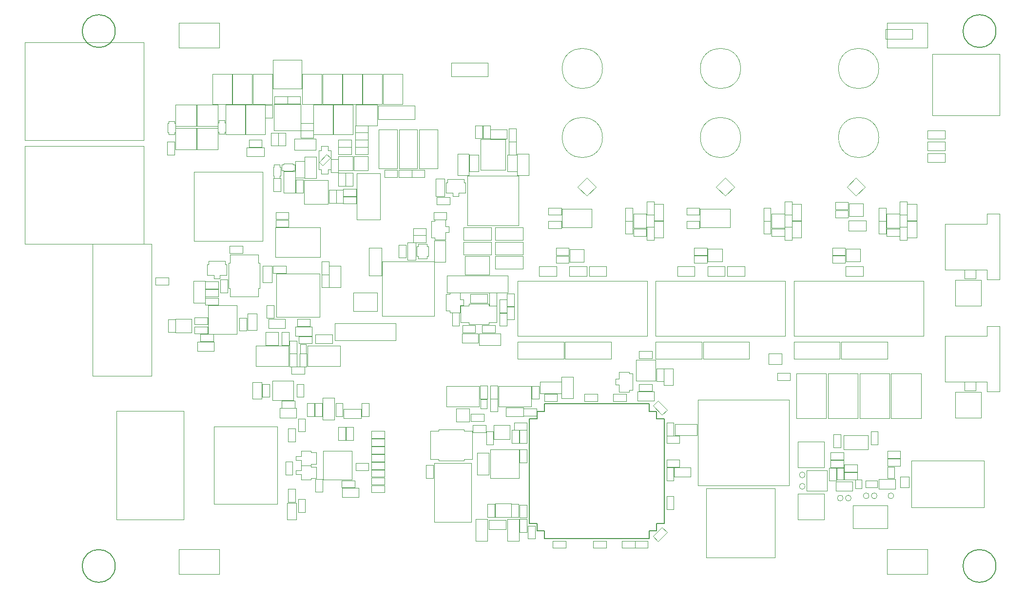
<source format=gbr>
%TF.GenerationSoftware,KiCad,Pcbnew,9.0.2*%
%TF.CreationDate,2025-05-17T09:42:04-04:00*%
%TF.ProjectId,mainBoard,6d61696e-426f-4617-9264-2e6b69636164,01*%
%TF.SameCoordinates,PX42c1d80PY2faf080*%
%TF.FileFunction,Other,User*%
%FSLAX46Y46*%
G04 Gerber Fmt 4.6, Leading zero omitted, Abs format (unit mm)*
G04 Created by KiCad (PCBNEW 9.0.2) date 2025-05-17 09:42:04*
%MOMM*%
%LPD*%
G01*
G04 APERTURE LIST*
%ADD10C,0.050000*%
%ADD11C,0.150000*%
%ADD12C,0.152400*%
%ADD13C,0.100000*%
G04 APERTURE END LIST*
%TO.C,D19*%
D10*
X91700000Y-46125000D02*
X88700000Y-46125000D01*
X88700000Y-44375000D01*
X91700000Y-44375000D01*
X91700000Y-46125000D01*
%TO.C,C30*%
X83875000Y-67375000D02*
X85875000Y-67375000D01*
X85875000Y-63625000D01*
X83875000Y-63625000D01*
X83875000Y-67375000D01*
%TO.C,R73*%
X40525000Y-57825000D02*
X38275000Y-57825000D01*
X38275000Y-56575000D01*
X40525000Y-56575000D01*
X40525000Y-57825000D01*
%TO.C,J35*%
X34200000Y-37600000D02*
X34200000Y-42800000D01*
X34200000Y-42800000D02*
X42000000Y-42800000D01*
X42000000Y-37600000D02*
X34200000Y-37600000D01*
X42000000Y-42800000D02*
X42000000Y-37600000D01*
%TO.C,U22*%
X34350000Y-53200000D02*
X41850000Y-53200000D01*
X41850000Y-45700000D01*
X34350000Y-45700000D01*
X34350000Y-53200000D01*
%TO.C,C169*%
X72325000Y-55925000D02*
X70075000Y-55925000D01*
X70075000Y-54675000D01*
X72325000Y-54675000D01*
X72325000Y-55925000D01*
%TO.C,J15*%
X139000000Y-10000000D02*
G75*
G02*
X132000000Y-10000000I-3500000J0D01*
G01*
X132000000Y-10000000D02*
G75*
G02*
X139000000Y-10000000I3500000J0D01*
G01*
%TO.C,R36*%
X37625000Y-72625000D02*
X36375000Y-72625000D01*
X36375000Y-74875000D01*
X37625000Y-74875000D01*
X37625000Y-72625000D01*
%TO.C,C24*%
X102237437Y-90646447D02*
X100646447Y-92237437D01*
X99762563Y-91353553D01*
X101353553Y-89762563D01*
X102237437Y-90646447D01*
%TO.C,R24*%
X20125000Y-53275000D02*
X22375000Y-53275000D01*
X22375000Y-54525000D01*
X20125000Y-54525000D01*
X20125000Y-53275000D01*
%TO.C,U24*%
X33950000Y-16200000D02*
X38550000Y-16200000D01*
X38550000Y-20800000D01*
X33950000Y-20800000D01*
X33950000Y-16200000D01*
%TO.C,J27*%
X91000000Y-10000000D02*
G75*
G02*
X84000000Y-10000000I-3500000J0D01*
G01*
X84000000Y-10000000D02*
G75*
G02*
X91000000Y-10000000I3500000J0D01*
G01*
%TO.C,R76*%
X36525000Y-55875000D02*
X35275000Y-55875000D01*
X35275000Y-58125000D01*
X36525000Y-58125000D01*
X36525000Y-55875000D01*
%TO.C,C104*%
X134437500Y-83462500D02*
X131562500Y-83462500D01*
X131562500Y-81837500D01*
X134437500Y-81837500D01*
X134437500Y-83462500D01*
%TO.C,R38*%
X53125000Y-81025000D02*
X50875000Y-81025000D01*
X50875000Y-79775000D01*
X53125000Y-79775000D01*
X53125000Y-81025000D01*
%TO.C,C132*%
X49350000Y-11000000D02*
X52750000Y-11000000D01*
X49350000Y-16200000D02*
X49350000Y-11000000D01*
X52750000Y-11000000D02*
X52750000Y-16200000D01*
X52750000Y-16200000D02*
X49350000Y-16200000D01*
%TO.C,R89*%
X35075000Y-29125000D02*
X33825000Y-29125000D01*
X33825000Y-31375000D01*
X35075000Y-31375000D01*
X35075000Y-29125000D01*
%TO.C,R63*%
X113890990Y-30575000D02*
X112300000Y-32165990D01*
X110709010Y-30575000D01*
X112300000Y-28984010D01*
X113890990Y-30575000D01*
%TO.C,C49*%
X41025000Y-70450000D02*
X42275000Y-70450000D01*
X42275000Y-68200000D01*
X41025000Y-68200000D01*
X41025000Y-70450000D01*
%TO.C,C144*%
X60125000Y-28875000D02*
X57875000Y-28875000D01*
X57875000Y-27625000D01*
X60125000Y-27625000D01*
X60125000Y-28875000D01*
%TO.C,U13*%
X107950000Y-37600000D02*
X113150000Y-37600000D01*
X113150000Y-34400000D01*
X107950000Y-34400000D01*
X107950000Y-37600000D01*
%TO.C,C90*%
X94975000Y-36500000D02*
X96225000Y-36500000D01*
X96225000Y-34250000D01*
X94975000Y-34250000D01*
X94975000Y-36500000D01*
%TO.C,R27*%
X25875000Y-46725000D02*
X24625000Y-46725000D01*
X24625000Y-48975000D01*
X25875000Y-48975000D01*
X25875000Y-46725000D01*
%TO.C,C91*%
X96225000Y-36500000D02*
X94975000Y-36500000D01*
X94975000Y-38750000D01*
X96225000Y-38750000D01*
X96225000Y-36500000D01*
%TO.C,R60*%
X122675000Y-39825000D02*
X123925000Y-39825000D01*
X123925000Y-37575000D01*
X122675000Y-37575000D01*
X122675000Y-39825000D01*
%TO.C,R56*%
X142675000Y-39825000D02*
X143925000Y-39825000D01*
X143925000Y-37575000D01*
X142675000Y-37575000D01*
X142675000Y-39825000D01*
%TO.C,J26*%
X84490000Y-57530000D02*
X92510000Y-57530000D01*
X92510000Y-60470000D01*
X84490000Y-60470000D01*
X84490000Y-57530000D01*
%TO.C,C96*%
X85175000Y-42450000D02*
X82925000Y-42450000D01*
X82925000Y-41200000D01*
X85175000Y-41200000D01*
X85175000Y-42450000D01*
%TO.C,C63*%
X103287500Y-62187500D02*
X101662500Y-62187500D01*
X101662500Y-65062500D01*
X103287500Y-65062500D01*
X103287500Y-62187500D01*
%TO.C,C32*%
X102125000Y-73875000D02*
X104375000Y-73875000D01*
X104375000Y-75125000D01*
X102125000Y-75125000D01*
X102125000Y-73875000D01*
%TO.C,C108*%
X121375000Y-62975000D02*
X123625000Y-62975000D01*
X123625000Y-64225000D01*
X121375000Y-64225000D01*
X121375000Y-62975000D01*
%TO.C,R26*%
X24275000Y-49625000D02*
X22025000Y-49625000D01*
X22025000Y-48375000D01*
X24275000Y-48375000D01*
X24275000Y-49625000D01*
%TO.C,C82*%
X120225000Y-36500000D02*
X118975000Y-36500000D01*
X118975000Y-38750000D01*
X120225000Y-38750000D01*
X120225000Y-36500000D01*
%TO.C,C75*%
X133675000Y-35900000D02*
X131425000Y-35900000D01*
X131425000Y-34650000D01*
X133675000Y-34650000D01*
X133675000Y-35900000D01*
%TO.C,C106*%
X137600000Y-75375000D02*
X138850000Y-75375000D01*
X138850000Y-73125000D01*
X137600000Y-73125000D01*
X137600000Y-75375000D01*
%TO.C,C119*%
X26225000Y-40875000D02*
X28475000Y-40875000D01*
X28475000Y-42125000D01*
X26225000Y-42125000D01*
X26225000Y-40875000D01*
%TO.C,C164*%
X74725000Y-22725000D02*
X75975000Y-22725000D01*
X75975000Y-20475000D01*
X74725000Y-20475000D01*
X74725000Y-22725000D01*
%TO.C,L1*%
X71250000Y-88487500D02*
X74250000Y-88487500D01*
X74250000Y-90112500D01*
X71250000Y-90112500D01*
X71250000Y-88487500D01*
%TO.C,C57*%
X37175000Y-78375000D02*
X35925000Y-78375000D01*
X35925000Y-80625000D01*
X37175000Y-80625000D01*
X37175000Y-78375000D01*
%TO.C,C120*%
X16625000Y-22775000D02*
X15375000Y-22775000D01*
X15375000Y-25025000D01*
X16625000Y-25025000D01*
X16625000Y-22775000D01*
D11*
%TO.C,MH4*%
X6350000Y-96500000D02*
G75*
G02*
X650000Y-96500000I-2850000J0D01*
G01*
X650000Y-96500000D02*
G75*
G02*
X6350000Y-96500000I2850000J0D01*
G01*
D10*
%TO.C,TP61*%
X126200000Y-80670000D02*
G75*
G02*
X125200000Y-80670000I-500000J0D01*
G01*
X125200000Y-80670000D02*
G75*
G02*
X126200000Y-80670000I500000J0D01*
G01*
%TO.C,C8*%
X84625000Y-93375000D02*
X82375000Y-93375000D01*
X82375000Y-92125000D01*
X84625000Y-92125000D01*
X84625000Y-93375000D01*
%TO.C,C89*%
X96375000Y-37875000D02*
X98625000Y-37875000D01*
X98625000Y-39125000D01*
X96375000Y-39125000D01*
X96375000Y-37875000D01*
%TO.C,R90*%
X59147000Y-20626000D02*
X62353000Y-20626000D01*
X59147000Y-27374000D02*
X59147000Y-20626000D01*
X62353000Y-20626000D02*
X62353000Y-27374000D01*
X62353000Y-27374000D02*
X59147000Y-27374000D01*
%TO.C,AE2*%
X150500000Y-56500000D02*
X150500000Y-64500000D01*
X150500000Y-64500000D02*
X157800000Y-64500000D01*
X157800000Y-54800000D02*
X157800000Y-56500000D01*
X157800000Y-56500000D02*
X150500000Y-56500000D01*
X157800000Y-64500000D02*
X157800000Y-66200000D01*
X157800000Y-66200000D02*
X160000000Y-66200000D01*
X160000000Y-54800000D02*
X157800000Y-54800000D01*
X160000000Y-66200000D02*
X160000000Y-54800000D01*
%TO.C,D11*%
X136750000Y-38200000D02*
X133750000Y-38200000D01*
X133750000Y-36450000D01*
X136750000Y-36450000D01*
X136750000Y-38200000D01*
%TO.C,C167*%
X66562500Y-56087500D02*
X69437500Y-56087500D01*
X69437500Y-57712500D01*
X66562500Y-57712500D01*
X66562500Y-56087500D01*
%TO.C,AE1*%
X144650000Y-78150000D02*
X144650000Y-86350000D01*
X144650000Y-86350000D02*
X157260000Y-86350000D01*
X157260000Y-78150000D02*
X144650000Y-78150000D01*
X157260000Y-86350000D02*
X157260000Y-78150000D01*
%TO.C,C149*%
X50275000Y-23650000D02*
X48025000Y-23650000D01*
X48025000Y-22400000D01*
X50275000Y-22400000D01*
X50275000Y-23650000D01*
%TO.C,J30*%
X124975000Y-83910000D02*
X129475000Y-83910000D01*
X129475000Y-88410000D01*
X124975000Y-88410000D01*
X124975000Y-83910000D01*
%TO.C,C27*%
X69250000Y-80625000D02*
X71250000Y-80625000D01*
X71250000Y-76875000D01*
X69250000Y-76875000D01*
X69250000Y-80625000D01*
%TO.C,R106*%
X63925000Y-36275000D02*
X61675000Y-36275000D01*
X61675000Y-35025000D01*
X63925000Y-35025000D01*
X63925000Y-36275000D01*
%TO.C,C3*%
X80125000Y-64500000D02*
X83875000Y-64500000D01*
X83875000Y-66500000D01*
X80125000Y-66500000D01*
X80125000Y-64500000D01*
%TO.C,C117*%
X33775000Y-44325000D02*
X36025000Y-44325000D01*
X36025000Y-45575000D01*
X33775000Y-45575000D01*
X33775000Y-44325000D01*
%TO.C,TP67*%
X126200000Y-82650000D02*
G75*
G02*
X125200000Y-82650000I-500000J0D01*
G01*
X125200000Y-82650000D02*
G75*
G02*
X126200000Y-82650000I500000J0D01*
G01*
%TO.C,D35*%
X35250000Y-26700000D02*
X35600000Y-26700000D01*
X35250000Y-27700000D02*
X35250000Y-26700000D01*
X35250000Y-27700000D02*
X35600000Y-27700000D01*
X35600000Y-26550000D02*
X35600000Y-26700000D01*
X35600000Y-27700000D02*
X35600000Y-27850000D01*
X35600000Y-27850000D02*
X37200000Y-27850000D01*
X37200000Y-26550000D02*
X35600000Y-26550000D01*
X37200000Y-26700000D02*
X37200000Y-26550000D01*
X37200000Y-27850000D02*
X37200000Y-27700000D01*
X37550000Y-26700000D02*
X37200000Y-26700000D01*
X37550000Y-27700000D02*
X37200000Y-27700000D01*
X37550000Y-27700000D02*
X37550000Y-26700000D01*
%TO.C,C71*%
X140375000Y-37875000D02*
X142625000Y-37875000D01*
X142625000Y-39125000D01*
X140375000Y-39125000D01*
X140375000Y-37875000D01*
%TO.C,C64*%
X99625000Y-66125000D02*
X97375000Y-66125000D01*
X97375000Y-64875000D01*
X99625000Y-64875000D01*
X99625000Y-66125000D01*
%TO.C,C92*%
X99937500Y-36437500D02*
X101562500Y-36437500D01*
X101562500Y-33562500D01*
X99937500Y-33562500D01*
X99937500Y-36437500D01*
%TO.C,J22*%
X115000000Y-22000000D02*
G75*
G02*
X108000000Y-22000000I-3500000J0D01*
G01*
X108000000Y-22000000D02*
G75*
G02*
X115000000Y-22000000I3500000J0D01*
G01*
%TO.C,U9*%
X142625000Y-37750000D02*
X140375000Y-37750000D01*
X140375000Y-35250000D01*
X142625000Y-35250000D01*
X142625000Y-37750000D01*
%TO.C,C22*%
X103462500Y-79387500D02*
X106337500Y-79387500D01*
X106337500Y-81012500D01*
X103462500Y-81012500D01*
X103462500Y-79387500D01*
%TO.C,U10*%
X133800000Y-35675000D02*
X136300000Y-35675000D01*
X136300000Y-33475000D01*
X133800000Y-33475000D01*
X133800000Y-35675000D01*
%TO.C,Q11*%
X61300000Y-36550000D02*
X61300000Y-39455000D01*
X61300000Y-39455000D02*
X61900000Y-39455000D01*
X61900000Y-36280000D02*
X61900000Y-36545000D01*
X61900000Y-36545000D02*
X61300000Y-36550000D01*
X61900000Y-39455000D02*
X61900000Y-39720000D01*
X61900000Y-39720000D02*
X63700000Y-39720000D01*
X63700000Y-36280000D02*
X61900000Y-36280000D01*
X63700000Y-37496000D02*
X63700000Y-36280000D01*
X63700000Y-38504000D02*
X64300000Y-38504000D01*
X63700000Y-39720000D02*
X63700000Y-38504000D01*
X64300000Y-37496000D02*
X63700000Y-37496000D01*
X64300000Y-38504000D02*
X64300000Y-37496000D01*
%TO.C,C16*%
X80875000Y-66625000D02*
X83125000Y-66625000D01*
X83125000Y-67875000D01*
X80875000Y-67875000D01*
X80875000Y-66625000D01*
%TO.C,L6*%
X138700000Y-82850000D02*
X136700000Y-82850000D01*
X136700000Y-81650000D01*
X138700000Y-81650000D01*
X138700000Y-82850000D01*
%TO.C,NT3*%
X52000000Y-16475000D02*
X58400000Y-16475000D01*
X58400000Y-18875000D01*
X52000000Y-18875000D01*
X52000000Y-16475000D01*
%TO.C,C130*%
X42350000Y-11000000D02*
X45750000Y-11000000D01*
X42350000Y-16200000D02*
X42350000Y-11000000D01*
X45750000Y-11000000D02*
X45750000Y-16200000D01*
X45750000Y-16200000D02*
X42350000Y-16200000D01*
%TO.C,R81*%
X34675000Y-23425000D02*
X35925000Y-23425000D01*
X35925000Y-21175000D01*
X34675000Y-21175000D01*
X34675000Y-23425000D01*
%TO.C,TP65*%
X138700000Y-84300000D02*
G75*
G02*
X137700000Y-84300000I-500000J0D01*
G01*
X137700000Y-84300000D02*
G75*
G02*
X138700000Y-84300000I500000J0D01*
G01*
%TO.C,C113*%
X40537500Y-56512500D02*
X37662500Y-56512500D01*
X37662500Y-54887500D01*
X40537500Y-54887500D01*
X40537500Y-56512500D01*
%TO.C,U2*%
X61092000Y-73064000D02*
X61092000Y-77936000D01*
X61092000Y-77936000D02*
X62550000Y-77936000D01*
X62550000Y-72800000D02*
X62550000Y-73064000D01*
X62550000Y-73064000D02*
X61092000Y-73064000D01*
X62550000Y-77936000D02*
X62550000Y-78200000D01*
X62550000Y-78200000D02*
X66950000Y-78200000D01*
X66950000Y-72800000D02*
X62550000Y-72800000D01*
X66950000Y-73064000D02*
X66950000Y-72800000D01*
X66950000Y-77936000D02*
X68408000Y-77936000D01*
X66950000Y-78200000D02*
X66950000Y-77936000D01*
X68408000Y-73064000D02*
X66950000Y-73064000D01*
X68408000Y-77936000D02*
X68408000Y-73064000D01*
%TO.C,C83*%
X123937500Y-36437500D02*
X125562500Y-36437500D01*
X125562500Y-33562500D01*
X123937500Y-33562500D01*
X123937500Y-36437500D01*
%TO.C,U23*%
X26050000Y-43800000D02*
X26050000Y-48200000D01*
X26050000Y-48200000D02*
X26314000Y-48200000D01*
X26314000Y-42342000D02*
X26314000Y-43800000D01*
X26314000Y-43800000D02*
X26050000Y-43800000D01*
X26314000Y-48200000D02*
X26314000Y-49658000D01*
X26314000Y-49658000D02*
X31186000Y-49658000D01*
X31186000Y-42342000D02*
X26314000Y-42342000D01*
X31186000Y-43800000D02*
X31186000Y-42342000D01*
X31186000Y-48200000D02*
X31450000Y-48200000D01*
X31186000Y-49658000D02*
X31186000Y-48200000D01*
X31450000Y-43800000D02*
X31186000Y-43800000D01*
X31450000Y-48200000D02*
X31450000Y-43800000D01*
%TO.C,C10*%
X98875000Y-93375000D02*
X96625000Y-93375000D01*
X96625000Y-92125000D01*
X98875000Y-92125000D01*
X98875000Y-93375000D01*
%TO.C,C73*%
X140225000Y-36500000D02*
X138975000Y-36500000D01*
X138975000Y-38750000D01*
X140225000Y-38750000D01*
X140225000Y-36500000D01*
%TO.C,C127*%
X23250000Y-11000000D02*
X26650000Y-11000000D01*
X23250000Y-16200000D02*
X23250000Y-11000000D01*
X26650000Y-11000000D02*
X26650000Y-16200000D01*
X26650000Y-16200000D02*
X23250000Y-16200000D01*
%TO.C,R110*%
X74375000Y-50200000D02*
X73125000Y-50200000D01*
X73125000Y-52450000D01*
X74375000Y-52450000D01*
X74375000Y-50200000D01*
%TO.C,U12*%
X122625000Y-37750000D02*
X120375000Y-37750000D01*
X120375000Y-35250000D01*
X122625000Y-35250000D01*
X122625000Y-37750000D01*
%TO.C,R40*%
X53125000Y-75625000D02*
X50875000Y-75625000D01*
X50875000Y-74375000D01*
X53125000Y-74375000D01*
X53125000Y-75625000D01*
%TO.C,R104*%
X47700000Y-48975000D02*
X51900000Y-48975000D01*
X47700000Y-52175000D02*
X47700000Y-48975000D01*
X51900000Y-48975000D02*
X51900000Y-52175000D01*
X51900000Y-52175000D02*
X47700000Y-52175000D01*
%TO.C,J5*%
X24475000Y-6400000D02*
X17445000Y-6400000D01*
X17445000Y-2100000D01*
X24475000Y-2100000D01*
X24475000Y-6400000D01*
%TO.C,C139*%
X41225000Y-24200000D02*
X37475000Y-24200000D01*
X37475000Y-22200000D01*
X41225000Y-22200000D01*
X41225000Y-24200000D01*
%TO.C,R108*%
X72625000Y-48975000D02*
X71375000Y-48975000D01*
X71375000Y-51225000D01*
X72625000Y-51225000D01*
X72625000Y-48975000D01*
%TO.C,C162*%
X72350000Y-42642000D02*
X77150000Y-42642000D01*
X72350000Y-44858000D02*
X72350000Y-42642000D01*
X77150000Y-42642000D02*
X77150000Y-44858000D01*
X77150000Y-44858000D02*
X72350000Y-44858000D01*
%TO.C,D17*%
X147500000Y-24750000D02*
X150500000Y-24750000D01*
X150500000Y-26250000D01*
X147500000Y-26250000D01*
X147500000Y-24750000D01*
%TO.C,C31*%
X96625000Y-93375000D02*
X94375000Y-93375000D01*
X94375000Y-92125000D01*
X96625000Y-92125000D01*
X96625000Y-93375000D01*
%TO.C,U8*%
X33700000Y-64300000D02*
X37300000Y-64300000D01*
X37300000Y-67700000D01*
X33700000Y-67700000D01*
X33700000Y-64300000D01*
%TO.C,C84*%
X107875000Y-37775000D02*
X105625000Y-37775000D01*
X105625000Y-36525000D01*
X107875000Y-36525000D01*
X107875000Y-37775000D01*
%TO.C,C133*%
X52850000Y-11000000D02*
X56250000Y-11000000D01*
X52850000Y-16200000D02*
X52850000Y-11000000D01*
X56250000Y-11000000D02*
X56250000Y-16200000D01*
X56250000Y-16200000D02*
X52850000Y-16200000D01*
%TO.C,C151*%
X50275000Y-24900000D02*
X48025000Y-24900000D01*
X48025000Y-23650000D01*
X50275000Y-23650000D01*
X50275000Y-24900000D01*
%TO.C,C128*%
X38500000Y-16125000D02*
X36250000Y-16125000D01*
X36250000Y-14875000D01*
X38500000Y-14875000D01*
X38500000Y-16125000D01*
%TO.C,C81*%
X118975000Y-36500000D02*
X120225000Y-36500000D01*
X120225000Y-34250000D01*
X118975000Y-34250000D01*
X118975000Y-36500000D01*
%TO.C,C135*%
X40800000Y-16300000D02*
X44200000Y-16300000D01*
X40800000Y-21500000D02*
X40800000Y-16300000D01*
X44200000Y-16300000D02*
X44200000Y-21500000D01*
X44200000Y-21500000D02*
X40800000Y-21500000D01*
%TO.C,C115*%
X40225000Y-54825000D02*
X37975000Y-54825000D01*
X37975000Y-53575000D01*
X40225000Y-53575000D01*
X40225000Y-54825000D01*
%TO.C,C68*%
X31875000Y-67125000D02*
X33125000Y-67125000D01*
X33125000Y-64875000D01*
X31875000Y-64875000D01*
X31875000Y-67125000D01*
%TO.C,C102*%
X133000000Y-78875000D02*
X135250000Y-78875000D01*
X135250000Y-80125000D01*
X133000000Y-80125000D01*
X133000000Y-78875000D01*
%TO.C,J20*%
X108490000Y-57530000D02*
X116510000Y-57530000D01*
X116510000Y-60470000D01*
X108490000Y-60470000D01*
X108490000Y-57530000D01*
%TO.C,R23*%
X72050000Y-73150000D02*
X70800000Y-73150000D01*
X70800000Y-75400000D01*
X72050000Y-75400000D01*
X72050000Y-73150000D01*
%TO.C,R45*%
X53125000Y-83725000D02*
X50875000Y-83725000D01*
X50875000Y-82475000D01*
X53125000Y-82475000D01*
X53125000Y-83725000D01*
%TO.C,L7*%
X33750000Y-13500000D02*
X38750000Y-13500000D01*
X38750000Y-8500000D01*
X33750000Y-8500000D01*
X33750000Y-13500000D01*
%TO.C,C18*%
X76500000Y-88375000D02*
X74500000Y-88375000D01*
X74500000Y-92125000D01*
X76500000Y-92125000D01*
X76500000Y-88375000D01*
%TO.C,C12*%
X103375000Y-79375000D02*
X102125000Y-79375000D01*
X102125000Y-81625000D01*
X103375000Y-81625000D01*
X103375000Y-79375000D01*
%TO.C,C66*%
X30187500Y-67437500D02*
X31812500Y-67437500D01*
X31812500Y-64562500D01*
X30187500Y-64562500D01*
X30187500Y-67437500D01*
%TO.C,R59*%
X136640990Y-30575000D02*
X135050000Y-32165990D01*
X133459010Y-30575000D01*
X135050000Y-28984010D01*
X136640990Y-30575000D01*
%TO.C,J28*%
X91000000Y-22000000D02*
G75*
G02*
X84000000Y-22000000I-3500000J0D01*
G01*
X84000000Y-22000000D02*
G75*
G02*
X91000000Y-22000000I3500000J0D01*
G01*
%TO.C,X1*%
X72325000Y-85650000D02*
X75125000Y-85650000D01*
X75125000Y-88050000D01*
X72325000Y-88050000D01*
X72325000Y-85650000D01*
%TO.C,R37*%
X37812500Y-85562500D02*
X36187500Y-85562500D01*
X36187500Y-88437500D01*
X37812500Y-88437500D01*
X37812500Y-85562500D01*
%TO.C,C80*%
X120375000Y-37875000D02*
X122625000Y-37875000D01*
X122625000Y-39125000D01*
X120375000Y-39125000D01*
X120375000Y-37875000D01*
%TO.C,R94*%
X46350000Y-30425000D02*
X47600000Y-30425000D01*
X47600000Y-28175000D01*
X46350000Y-28175000D01*
X46350000Y-30425000D01*
%TO.C,J21*%
X115000000Y-10000000D02*
G75*
G02*
X108000000Y-10000000I-3500000J0D01*
G01*
X108000000Y-10000000D02*
G75*
G02*
X115000000Y-10000000I3500000J0D01*
G01*
%TO.C,R103*%
X55625000Y-42925000D02*
X56875000Y-42925000D01*
X56875000Y-40675000D01*
X55625000Y-40675000D01*
X55625000Y-42925000D01*
%TO.C,C46*%
X49200000Y-70450000D02*
X50450000Y-70450000D01*
X50450000Y-68200000D01*
X49200000Y-68200000D01*
X49200000Y-70450000D01*
%TO.C,TP68*%
X134500000Y-86000000D02*
X140500000Y-86000000D01*
X140500000Y-90000000D01*
X134500000Y-90000000D01*
X134500000Y-86000000D01*
%TO.C,D18*%
X83000000Y-46125000D02*
X80000000Y-46125000D01*
X80000000Y-44375000D01*
X83000000Y-44375000D01*
X83000000Y-46125000D01*
%TO.C,J41*%
X74530000Y-48970000D02*
X63970000Y-48970000D01*
X63970000Y-46030000D01*
X74530000Y-46030000D01*
X74530000Y-48970000D01*
%TO.C,SW1*%
X63910000Y-65200000D02*
X63910000Y-68800000D01*
X63910000Y-68800000D02*
X69590000Y-68800000D01*
X69590000Y-65200000D02*
X63910000Y-65200000D01*
X69590000Y-68800000D02*
X69590000Y-65200000D01*
%TO.C,D15*%
X115700000Y-46125000D02*
X112700000Y-46125000D01*
X112700000Y-44375000D01*
X115700000Y-44375000D01*
X115700000Y-46125000D01*
D11*
%TO.C,MH2*%
X159350000Y-3500000D02*
G75*
G02*
X153650000Y-3500000I-2850000J0D01*
G01*
X153650000Y-3500000D02*
G75*
G02*
X159350000Y-3500000I2850000J0D01*
G01*
%TO.C,C69*%
D10*
X37525000Y-69025000D02*
X35275000Y-69025000D01*
X35275000Y-67775000D01*
X37525000Y-67775000D01*
X37525000Y-69025000D01*
%TO.C,SW4*%
X30760000Y-58200000D02*
X30760000Y-61800000D01*
X30760000Y-61800000D02*
X36440000Y-61800000D01*
X36440000Y-58200000D02*
X30760000Y-58200000D01*
X36440000Y-61800000D02*
X36440000Y-58200000D01*
%TO.C,R62*%
X123925000Y-33175000D02*
X122675000Y-33175000D01*
X122675000Y-35425000D01*
X123925000Y-35425000D01*
X123925000Y-33175000D01*
%TO.C,C142*%
X37725000Y-31625000D02*
X38975000Y-31625000D01*
X38975000Y-29375000D01*
X37725000Y-29375000D01*
X37725000Y-31625000D01*
%TO.C,C111*%
X45500000Y-44325000D02*
X43500000Y-44325000D01*
X43500000Y-48075000D01*
X45500000Y-48075000D01*
X45500000Y-44325000D01*
%TO.C,D2*%
X65625000Y-71375000D02*
X67875000Y-71375000D01*
X67875000Y-69125000D01*
X65625000Y-69125000D01*
X65625000Y-71375000D01*
%TO.C,C125*%
X30250000Y-11000000D02*
X33650000Y-11000000D01*
X30250000Y-16200000D02*
X30250000Y-11000000D01*
X33650000Y-11000000D02*
X33650000Y-16200000D01*
X33650000Y-16200000D02*
X30250000Y-16200000D01*
%TO.C,NT4*%
X43704594Y-25551447D02*
X42396447Y-26859594D01*
X41795406Y-26258553D01*
X43103553Y-24950406D01*
X43704594Y-25551447D01*
%TO.C,R25*%
X22025000Y-47025000D02*
X24275000Y-47025000D01*
X24275000Y-48275000D01*
X22025000Y-48275000D01*
X22025000Y-47025000D01*
D11*
%TO.C,MH3*%
X159350000Y-96500000D02*
G75*
G02*
X153650000Y-96500000I-2850000J0D01*
G01*
X153650000Y-96500000D02*
G75*
G02*
X159350000Y-96500000I2850000J0D01*
G01*
%TO.C,J4*%
D10*
X147475000Y-6400000D02*
X140445000Y-6400000D01*
X140445000Y-2100000D01*
X147475000Y-2100000D01*
X147475000Y-6400000D01*
%TO.C,C114*%
X33562500Y-44312500D02*
X31937500Y-44312500D01*
X31937500Y-47187500D01*
X33562500Y-47187500D01*
X33562500Y-44312500D01*
%TO.C,TP64*%
X132800000Y-84700000D02*
G75*
G02*
X131800000Y-84700000I-500000J0D01*
G01*
X131800000Y-84700000D02*
G75*
G02*
X132800000Y-84700000I500000J0D01*
G01*
%TO.C,C136*%
X44250000Y-16300000D02*
X47650000Y-16300000D01*
X44250000Y-21500000D02*
X44250000Y-16300000D01*
X47650000Y-16300000D02*
X47650000Y-21500000D01*
X47650000Y-21500000D02*
X44250000Y-21500000D01*
%TO.C,U5*%
X23500000Y-72250000D02*
X34500000Y-72250000D01*
X34500000Y-85750000D01*
X23500000Y-85750000D01*
X23500000Y-72250000D01*
%TO.C,SW3*%
X39760000Y-58200000D02*
X39760000Y-61800000D01*
X39760000Y-61800000D02*
X45440000Y-61800000D01*
X45440000Y-58200000D02*
X39760000Y-58200000D01*
X45440000Y-61800000D02*
X45440000Y-58200000D01*
%TO.C,J13*%
X124250000Y-46950000D02*
X124250000Y-56550000D01*
X124250000Y-56550000D02*
X146750000Y-56550000D01*
X146750000Y-46950000D02*
X124250000Y-46950000D01*
X146750000Y-56550000D02*
X146750000Y-46950000D01*
%TO.C,J1*%
X148300000Y-18125000D02*
X160000000Y-18125000D01*
X160000000Y-7475000D01*
X148300000Y-7475000D01*
X148300000Y-18125000D01*
%TO.C,R112*%
X74425000Y-51375000D02*
X75675000Y-51375000D01*
X75675000Y-49125000D01*
X74425000Y-49125000D01*
X74425000Y-51375000D01*
%TO.C,U4*%
X22500000Y-56150000D02*
X27500000Y-56150000D01*
X27500000Y-51150000D01*
X22500000Y-51150000D01*
X22500000Y-56150000D01*
%TO.C,D1*%
X70900000Y-67500000D02*
X69850000Y-67500000D01*
X69850000Y-69100000D01*
X70900000Y-69100000D01*
X70900000Y-67500000D01*
%TO.C,C143*%
X37637500Y-28987500D02*
X39262500Y-28987500D01*
X39262500Y-26112500D01*
X37637500Y-26112500D01*
X37637500Y-28987500D01*
%TO.C,C157*%
X75975000Y-22750000D02*
X74725000Y-22750000D01*
X74725000Y-25000000D01*
X75975000Y-25000000D01*
X75975000Y-22750000D01*
%TO.C,C48*%
X42400000Y-71050000D02*
X44400000Y-71050000D01*
X44400000Y-67300000D01*
X42400000Y-67300000D01*
X42400000Y-71050000D01*
D12*
%TO.C,U1*%
X78290600Y-70881700D02*
X79649500Y-70881700D01*
X78290600Y-89118300D02*
X78290600Y-70881700D01*
X79649500Y-69649500D02*
X80881700Y-69649500D01*
X79649500Y-70881700D02*
X79649500Y-69649500D01*
X79649500Y-89118300D02*
X78290600Y-89118300D01*
X79649500Y-90350500D02*
X79649500Y-89118300D01*
X79649500Y-90350500D02*
X80881700Y-90350500D01*
X80881700Y-68290600D02*
X99118300Y-68290600D01*
X80881700Y-69649500D02*
X80881700Y-68290600D01*
X80881700Y-90350500D02*
X80881700Y-91709400D01*
X80881700Y-91709400D02*
X99118300Y-91709400D01*
X99118300Y-68290600D02*
X99118300Y-69649500D01*
X99118300Y-69649500D02*
X100350500Y-69649500D01*
X99118300Y-90350500D02*
X100350500Y-90350500D01*
X99118300Y-91709400D02*
X99118300Y-90350500D01*
X100350500Y-70881700D02*
X100350500Y-69649500D01*
X100350500Y-89118300D02*
X101709400Y-89118300D01*
X100350500Y-90350500D02*
X100350500Y-89118300D01*
X101709400Y-70881700D02*
X100350500Y-70881700D01*
X101709400Y-89118300D02*
X101709400Y-70881700D01*
%TO.C,R53*%
D10*
X46475000Y-74625000D02*
X47725000Y-74625000D01*
X47725000Y-72375000D01*
X46475000Y-72375000D01*
X46475000Y-74625000D01*
%TO.C,R44*%
X53125000Y-79675000D02*
X50875000Y-79675000D01*
X50875000Y-78425000D01*
X53125000Y-78425000D01*
X53125000Y-79675000D01*
%TO.C,U11*%
X133300000Y-43600000D02*
X135800000Y-43600000D01*
X135800000Y-41400000D01*
X133300000Y-41400000D01*
X133300000Y-43600000D01*
%TO.C,U15*%
X98625000Y-37750000D02*
X96375000Y-37750000D01*
X96375000Y-35250000D01*
X98625000Y-35250000D01*
X98625000Y-37750000D01*
%TO.C,J17*%
X100240000Y-57530000D02*
X108260000Y-57530000D01*
X108260000Y-60470000D01*
X100240000Y-60470000D01*
X100240000Y-57530000D01*
%TO.C,C161*%
X72350000Y-40142000D02*
X77150000Y-40142000D01*
X72350000Y-42358000D02*
X72350000Y-40142000D01*
X77150000Y-40142000D02*
X77150000Y-42358000D01*
X77150000Y-42358000D02*
X72350000Y-42358000D01*
%TO.C,C42*%
X24275000Y-51125000D02*
X22025000Y-51125000D01*
X22025000Y-49875000D01*
X24275000Y-49875000D01*
X24275000Y-51125000D01*
%TO.C,C38*%
X16825000Y-53625000D02*
X15575000Y-53625000D01*
X15575000Y-55875000D01*
X16825000Y-55875000D01*
X16825000Y-53625000D01*
%TO.C,C77*%
X133175000Y-43825000D02*
X130925000Y-43825000D01*
X130925000Y-42575000D01*
X133175000Y-42575000D01*
X133175000Y-43825000D01*
%TO.C,J9*%
X2445000Y-63450000D02*
X12645000Y-63450000D01*
X12645000Y-40550000D01*
X2445000Y-40550000D01*
X2445000Y-63450000D01*
%TO.C,L4*%
X141700000Y-79250000D02*
X140500000Y-79250000D01*
X140500000Y-81250000D01*
X141700000Y-81250000D01*
X141700000Y-79250000D01*
%TO.C,D28*%
X38475000Y-59550000D02*
X39525000Y-59550000D01*
X39525000Y-57950000D01*
X38475000Y-57950000D01*
X38475000Y-59550000D01*
%TO.C,R41*%
X53125000Y-74275000D02*
X50875000Y-74275000D01*
X50875000Y-73025000D01*
X53125000Y-73025000D01*
X53125000Y-74275000D01*
%TO.C,Q5*%
X24150000Y-20400000D02*
X20550000Y-20400000D01*
X20550000Y-24100000D01*
X24150000Y-24100000D01*
X24150000Y-20400000D01*
D11*
%TO.C,MH1*%
X6350000Y-3500000D02*
G75*
G02*
X650000Y-3500000I-2850000J0D01*
G01*
X650000Y-3500000D02*
G75*
G02*
X6350000Y-3500000I2850000J0D01*
G01*
%TO.C,C147*%
D10*
X44725000Y-33375000D02*
X45975000Y-33375000D01*
X45975000Y-31125000D01*
X44725000Y-31125000D01*
X44725000Y-33375000D01*
%TO.C,C103*%
X141837500Y-83062500D02*
X138962500Y-83062500D01*
X138962500Y-81437500D01*
X141837500Y-81437500D01*
X141837500Y-83062500D01*
%TO.C,R92*%
X52147000Y-20626000D02*
X55353000Y-20626000D01*
X52147000Y-27374000D02*
X52147000Y-20626000D01*
X55353000Y-20626000D02*
X55353000Y-27374000D01*
X55353000Y-27374000D02*
X52147000Y-27374000D01*
%TO.C,C78*%
X133175000Y-42425000D02*
X130925000Y-42425000D01*
X130925000Y-41175000D01*
X133175000Y-41175000D01*
X133175000Y-42425000D01*
%TO.C,D12*%
X136250000Y-46125000D02*
X133250000Y-46125000D01*
X133250000Y-44375000D01*
X136250000Y-44375000D01*
X136250000Y-46125000D01*
%TO.C,R47*%
X53125000Y-78325000D02*
X50875000Y-78325000D01*
X50875000Y-77075000D01*
X53125000Y-77075000D01*
X53125000Y-78325000D01*
%TO.C,D40*%
X71000000Y-50750000D02*
X68000000Y-50750000D01*
X68000000Y-49250000D01*
X71000000Y-49250000D01*
X71000000Y-50750000D01*
%TO.C,J19*%
X100250000Y-46950000D02*
X100250000Y-56550000D01*
X100250000Y-56550000D02*
X122750000Y-56550000D01*
X122750000Y-46950000D02*
X100250000Y-46950000D01*
X122750000Y-56550000D02*
X122750000Y-46950000D01*
%TO.C,C163*%
X74412500Y-22212500D02*
X71537500Y-22212500D01*
X71537500Y-20587500D01*
X74412500Y-20587500D01*
X74412500Y-22212500D01*
%TO.C,C155*%
X69487500Y-25012500D02*
X67862500Y-25012500D01*
X67862500Y-27887500D01*
X69487500Y-27887500D01*
X69487500Y-25012500D01*
%TO.C,Q1*%
X93250000Y-63996000D02*
X93250000Y-65004000D01*
X93250000Y-65004000D02*
X93850000Y-65004000D01*
X93850000Y-62780000D02*
X93850000Y-63996000D01*
X93850000Y-63996000D02*
X93250000Y-63996000D01*
X93850000Y-65004000D02*
X93850000Y-66220000D01*
X93850000Y-66220000D02*
X95650000Y-66220000D01*
X95650000Y-62780000D02*
X93850000Y-62780000D01*
X95650000Y-63045000D02*
X95650000Y-62780000D01*
X95650000Y-65955000D02*
X96250000Y-65950000D01*
X95650000Y-66220000D02*
X95650000Y-65955000D01*
X96250000Y-63045000D02*
X95650000Y-63045000D01*
X96250000Y-65950000D02*
X96250000Y-63045000D01*
%TO.C,C121*%
X29000000Y-16300000D02*
X32400000Y-16300000D01*
X29000000Y-21500000D02*
X29000000Y-16300000D01*
X32400000Y-16300000D02*
X32400000Y-21500000D01*
X32400000Y-21500000D02*
X29000000Y-21500000D01*
%TO.C,C60*%
X45762500Y-82937500D02*
X48637500Y-82937500D01*
X48637500Y-84562500D01*
X45762500Y-84562500D01*
X45762500Y-82937500D01*
%TO.C,X3*%
X16850000Y-53550000D02*
X19650000Y-53550000D01*
X19650000Y-55950000D01*
X16850000Y-55950000D01*
X16850000Y-53550000D01*
%TO.C,C79*%
X125562500Y-36562500D02*
X123937500Y-36562500D01*
X123937500Y-39437500D01*
X125562500Y-39437500D01*
X125562500Y-36562500D01*
%TO.C,C59*%
X45725000Y-81625000D02*
X47975000Y-81625000D01*
X47975000Y-82875000D01*
X45725000Y-82875000D01*
X45725000Y-81625000D01*
%TO.C,C124*%
X34000000Y-14875000D02*
X36250000Y-14875000D01*
X36250000Y-16125000D01*
X34000000Y-16125000D01*
X34000000Y-14875000D01*
%TO.C,R105*%
X58100000Y-39025000D02*
X60350000Y-39025000D01*
X60350000Y-40275000D01*
X58100000Y-40275000D01*
X58100000Y-39025000D01*
%TO.C,U14*%
X109300000Y-43600000D02*
X111800000Y-43600000D01*
X111800000Y-41400000D01*
X109300000Y-41400000D01*
X109300000Y-43600000D01*
%TO.C,C1*%
X69750000Y-67400000D02*
X71000000Y-67400000D01*
X71000000Y-65150000D01*
X69750000Y-65150000D01*
X69750000Y-67400000D01*
%TO.C,D39*%
X57100000Y-43300000D02*
X58600000Y-43300000D01*
X58600000Y-40300000D01*
X57100000Y-40300000D01*
X57100000Y-43300000D01*
%TO.C,D16*%
X112250000Y-46125000D02*
X109250000Y-46125000D01*
X109250000Y-44375000D01*
X112250000Y-44375000D01*
X112250000Y-46125000D01*
%TO.C,R109*%
X73125000Y-54750000D02*
X74375000Y-54750000D01*
X74375000Y-52500000D01*
X73125000Y-52500000D01*
X73125000Y-54750000D01*
%TO.C,C168*%
X66675000Y-54675000D02*
X68925000Y-54675000D01*
X68925000Y-55925000D01*
X66675000Y-55925000D01*
X66675000Y-54675000D01*
%TO.C,C39*%
X23487500Y-59137500D02*
X20612500Y-59137500D01*
X20612500Y-57512500D01*
X23487500Y-57512500D01*
X23487500Y-59137500D01*
%TO.C,J3*%
X147475000Y-97900000D02*
X140415000Y-97900000D01*
X140415000Y-93600000D01*
X147475000Y-93600000D01*
X147475000Y-97900000D01*
%TO.C,R97*%
X48225000Y-32225000D02*
X45975000Y-32225000D01*
X45975000Y-30975000D01*
X48225000Y-30975000D01*
X48225000Y-32225000D01*
%TO.C,C19*%
X77875000Y-88375000D02*
X76625000Y-88375000D01*
X76625000Y-90625000D01*
X77875000Y-90625000D01*
X77875000Y-88375000D01*
%TO.C,Q4*%
X16850000Y-20000000D02*
X20450000Y-20000000D01*
X20450000Y-16300000D01*
X16850000Y-16300000D01*
X16850000Y-20000000D01*
%TO.C,R71*%
X34225000Y-34975000D02*
X36475000Y-34975000D01*
X36475000Y-36225000D01*
X34225000Y-36225000D01*
X34225000Y-34975000D01*
%TO.C,C88*%
X101562500Y-36562500D02*
X99937500Y-36562500D01*
X99937500Y-39437500D01*
X101562500Y-39437500D01*
X101562500Y-36562500D01*
%TO.C,D34*%
X29200000Y-23750000D02*
X32200000Y-23750000D01*
X32200000Y-25250000D01*
X29200000Y-25250000D01*
X29200000Y-23750000D01*
%TO.C,C101*%
X133000000Y-80225000D02*
X135250000Y-80225000D01*
X135250000Y-81475000D01*
X133000000Y-81475000D01*
X133000000Y-80225000D01*
%TO.C,C36*%
X72250000Y-85725000D02*
X71000000Y-85725000D01*
X71000000Y-87975000D01*
X72250000Y-87975000D01*
X72250000Y-85725000D01*
%TO.C,J18*%
X135650000Y-63050000D02*
X135650000Y-70850000D01*
X135650000Y-70850000D02*
X140850000Y-70850000D01*
X140850000Y-63050000D02*
X135650000Y-63050000D01*
X140850000Y-70850000D02*
X140850000Y-63050000D01*
%TO.C,C72*%
X138975000Y-36500000D02*
X140225000Y-36500000D01*
X140225000Y-34250000D01*
X138975000Y-34250000D01*
X138975000Y-36500000D01*
%TO.C,R13*%
X70375000Y-71350000D02*
X68125000Y-71350000D01*
X68125000Y-70100000D01*
X70375000Y-70100000D01*
X70375000Y-71350000D01*
%TO.C,D14*%
X107000000Y-46125000D02*
X104000000Y-46125000D01*
X104000000Y-44375000D01*
X107000000Y-44375000D01*
X107000000Y-46125000D01*
%TO.C,R34*%
X38125000Y-87125000D02*
X39375000Y-87125000D01*
X39375000Y-84875000D01*
X38125000Y-84875000D01*
X38125000Y-87125000D01*
%TO.C,TP66*%
X134200000Y-84700000D02*
G75*
G02*
X133200000Y-84700000I-500000J0D01*
G01*
X133200000Y-84700000D02*
G75*
G02*
X134200000Y-84700000I500000J0D01*
G01*
%TO.C,C43*%
X13375000Y-46375000D02*
X15625000Y-46375000D01*
X15625000Y-47625000D01*
X13375000Y-47625000D01*
X13375000Y-46375000D01*
%TO.C,R68*%
X131600000Y-79450000D02*
X130350000Y-79450000D01*
X130350000Y-81700000D01*
X131600000Y-81700000D01*
X131600000Y-79450000D01*
%TO.C,R102*%
X71475000Y-19900000D02*
X70225000Y-19900000D01*
X70225000Y-22150000D01*
X71475000Y-22150000D01*
X71475000Y-19900000D01*
%TO.C,R58*%
X143925000Y-33175000D02*
X142675000Y-33175000D01*
X142675000Y-35425000D01*
X143925000Y-35425000D01*
X143925000Y-33175000D01*
%TO.C,C41*%
X29175000Y-53375000D02*
X27925000Y-53375000D01*
X27925000Y-55625000D01*
X29175000Y-55625000D01*
X29175000Y-53375000D01*
%TO.C,D8*%
X37750000Y-77400000D02*
X37750000Y-78100000D01*
X37750000Y-78100000D02*
X38625000Y-78100000D01*
X38625000Y-76500000D02*
X38625000Y-77400000D01*
X38625000Y-77400000D02*
X37750000Y-77400000D01*
X38625000Y-78100000D02*
X38625000Y-79000000D01*
X38625000Y-79000000D02*
X40375000Y-79000000D01*
X40375000Y-76500000D02*
X38625000Y-76500000D01*
X40375000Y-76750000D02*
X40375000Y-76500000D01*
X40375000Y-78750000D02*
X41250000Y-78750000D01*
X40375000Y-79000000D02*
X40375000Y-78750000D01*
X41250000Y-76750000D02*
X40375000Y-76750000D01*
X41250000Y-78750000D02*
X41250000Y-76750000D01*
%TO.C,R87*%
X31825000Y-23625000D02*
X29575000Y-23625000D01*
X29575000Y-22375000D01*
X31825000Y-22375000D01*
X31825000Y-23625000D01*
%TO.C,J14*%
X132490000Y-57530000D02*
X140510000Y-57530000D01*
X140510000Y-60470000D01*
X132490000Y-60470000D01*
X132490000Y-57530000D01*
%TO.C,D20*%
X88250000Y-46125000D02*
X85250000Y-46125000D01*
X85250000Y-44375000D01*
X88250000Y-44375000D01*
X88250000Y-46125000D01*
%TO.C,R99*%
X64450000Y-33625000D02*
X62200000Y-33625000D01*
X62200000Y-32375000D01*
X64450000Y-32375000D01*
X64450000Y-33625000D01*
%TO.C,C26*%
X75225000Y-75125000D02*
X76475000Y-75125000D01*
X76475000Y-72875000D01*
X75225000Y-72875000D01*
X75225000Y-75125000D01*
%TO.C,C70*%
X145562500Y-36562500D02*
X143937500Y-36562500D01*
X143937500Y-39437500D01*
X145562500Y-39437500D01*
X145562500Y-36562500D01*
%TO.C,J11*%
X124240000Y-57530000D02*
X132260000Y-57530000D01*
X132260000Y-60470000D01*
X124240000Y-60470000D01*
X124240000Y-57530000D01*
%TO.C,C61*%
X48125000Y-78625000D02*
X50375000Y-78625000D01*
X50375000Y-79875000D01*
X48125000Y-79875000D01*
X48125000Y-78625000D01*
%TO.C,U26*%
X74150000Y-27650000D02*
X69850000Y-27650000D01*
X69850000Y-22350000D01*
X74150000Y-22350000D01*
X74150000Y-27650000D01*
%TO.C,J12*%
X130150000Y-63050000D02*
X130150000Y-70850000D01*
X130150000Y-70850000D02*
X135350000Y-70850000D01*
X135350000Y-63050000D02*
X130150000Y-63050000D01*
X135350000Y-70850000D02*
X135350000Y-63050000D01*
%TO.C,C23*%
X102125000Y-78025000D02*
X104375000Y-78025000D01*
X104375000Y-79275000D01*
X102125000Y-79275000D01*
X102125000Y-78025000D01*
%TO.C,C99*%
X132900000Y-79350000D02*
X130650000Y-79350000D01*
X130650000Y-78100000D01*
X132900000Y-78100000D01*
X132900000Y-79350000D01*
%TO.C,C165*%
X61750000Y-43675000D02*
X63750000Y-43675000D01*
X63750000Y-39925000D01*
X61750000Y-39925000D01*
X61750000Y-43675000D01*
%TO.C,J29*%
X129475000Y-79410000D02*
X124975000Y-79410000D01*
X124975000Y-74910000D01*
X129475000Y-74910000D01*
X129475000Y-79410000D01*
%TO.C,C129*%
X38850000Y-11000000D02*
X42250000Y-11000000D01*
X38850000Y-16200000D02*
X38850000Y-11000000D01*
X42250000Y-11000000D02*
X42250000Y-16200000D01*
X42250000Y-16200000D02*
X38850000Y-16200000D01*
%TO.C,J42*%
X55080000Y-57270000D02*
X44520000Y-57270000D01*
X44520000Y-54330000D01*
X55080000Y-54330000D01*
X55080000Y-57270000D01*
%TO.C,C131*%
X45850000Y-11000000D02*
X49250000Y-11000000D01*
X45850000Y-16200000D02*
X45850000Y-11000000D01*
X49250000Y-11000000D02*
X49250000Y-16200000D01*
X49250000Y-16200000D02*
X45850000Y-16200000D01*
%TO.C,C123*%
X33650000Y-16375000D02*
X32400000Y-16375000D01*
X32400000Y-18625000D01*
X33650000Y-18625000D01*
X33650000Y-16375000D01*
%TO.C,R96*%
X48350000Y-28250000D02*
X52350000Y-28250000D01*
X48350000Y-36250000D02*
X48350000Y-28250000D01*
X52350000Y-28250000D02*
X52350000Y-36250000D01*
X52350000Y-36250000D02*
X48350000Y-36250000D01*
%TO.C,R54*%
X97375000Y-59125000D02*
X99625000Y-59125000D01*
X99625000Y-60375000D01*
X97375000Y-60375000D01*
X97375000Y-59125000D01*
%TO.C,U20*%
X132875000Y-73750000D02*
X137125000Y-73750000D01*
X137125000Y-76250000D01*
X132875000Y-76250000D01*
X132875000Y-73750000D01*
%TO.C,R22*%
X76425000Y-85725000D02*
X75175000Y-85725000D01*
X75175000Y-87975000D01*
X76425000Y-87975000D01*
X76425000Y-85725000D01*
%TO.C,R100*%
X67150000Y-42650000D02*
X71350000Y-42650000D01*
X67150000Y-45850000D02*
X67150000Y-42650000D01*
X71350000Y-42650000D02*
X71350000Y-45850000D01*
X71350000Y-45850000D02*
X67150000Y-45850000D01*
%TO.C,U18*%
X134950000Y-81500000D02*
X136050000Y-81500000D01*
X136050000Y-83000000D01*
X134950000Y-83000000D01*
X134950000Y-81500000D01*
%TO.C,C34*%
X68475000Y-72025000D02*
X70725000Y-72025000D01*
X70725000Y-73275000D01*
X68475000Y-73275000D01*
X68475000Y-72025000D01*
%TO.C,U3*%
X61750000Y-78600000D02*
X61750000Y-88900000D01*
X61750000Y-88900000D02*
X68250000Y-88900000D01*
X68250000Y-78600000D02*
X61750000Y-78600000D01*
X68250000Y-88900000D02*
X68250000Y-78600000D01*
%TO.C,C44*%
X21950000Y-46975000D02*
X19950000Y-46975000D01*
X19950000Y-50725000D01*
X21950000Y-50725000D01*
X21950000Y-46975000D01*
%TO.C,D10*%
X147500000Y-20750000D02*
X150500000Y-20750000D01*
X150500000Y-22250000D01*
X147500000Y-22250000D01*
X147500000Y-20750000D01*
%TO.C,C152*%
X47375000Y-24900000D02*
X45125000Y-24900000D01*
X45125000Y-23650000D01*
X47375000Y-23650000D01*
X47375000Y-24900000D01*
%TO.C,J24*%
X141150000Y-63050000D02*
X141150000Y-70850000D01*
X141150000Y-70850000D02*
X146350000Y-70850000D01*
X146350000Y-63050000D02*
X141150000Y-63050000D01*
X146350000Y-70850000D02*
X146350000Y-63050000D01*
%TO.C,C122*%
X25500000Y-16300000D02*
X28900000Y-16300000D01*
X25500000Y-21500000D02*
X25500000Y-16300000D01*
X28900000Y-16300000D02*
X28900000Y-21500000D01*
X28900000Y-21500000D02*
X25500000Y-21500000D01*
%TO.C,C62*%
X99937500Y-67762500D02*
X97062500Y-67762500D01*
X97062500Y-66137500D01*
X99937500Y-66137500D01*
X99937500Y-67762500D01*
%TO.C,C145*%
X57875000Y-28875000D02*
X55625000Y-28875000D01*
X55625000Y-27625000D01*
X57875000Y-27625000D01*
X57875000Y-28875000D01*
%TO.C,J32*%
X152250000Y-46750000D02*
X156750000Y-46750000D01*
X156750000Y-51250000D01*
X152250000Y-51250000D01*
X152250000Y-46750000D01*
%TO.C,D9*%
X37750000Y-79900000D02*
X37750000Y-80600000D01*
X37750000Y-80600000D02*
X38625000Y-80600000D01*
X38625000Y-79000000D02*
X38625000Y-79900000D01*
X38625000Y-79900000D02*
X37750000Y-79900000D01*
X38625000Y-80600000D02*
X38625000Y-81500000D01*
X38625000Y-81500000D02*
X40375000Y-81500000D01*
X40375000Y-79000000D02*
X38625000Y-79000000D01*
X40375000Y-79250000D02*
X40375000Y-79000000D01*
X40375000Y-81250000D02*
X41250000Y-81250000D01*
X40375000Y-81500000D02*
X40375000Y-81250000D01*
X41250000Y-79250000D02*
X40375000Y-79250000D01*
X41250000Y-81250000D02*
X41250000Y-79250000D01*
%TO.C,C17*%
X71000000Y-88375000D02*
X69000000Y-88375000D01*
X69000000Y-92125000D01*
X71000000Y-92125000D01*
X71000000Y-88375000D01*
%TO.C,R77*%
X33425000Y-23425000D02*
X34675000Y-23425000D01*
X34675000Y-21175000D01*
X33425000Y-21175000D01*
X33425000Y-23425000D01*
%TO.C,L8*%
X67550000Y-28700000D02*
X76450000Y-28700000D01*
X76450000Y-37300000D01*
X67550000Y-37300000D01*
X67550000Y-28700000D01*
%TO.C,R86*%
X48025000Y-21150000D02*
X50275000Y-21150000D01*
X50275000Y-22400000D01*
X48025000Y-22400000D01*
X48025000Y-21150000D01*
%TO.C,C14*%
X92875000Y-66625000D02*
X95125000Y-66625000D01*
X95125000Y-67875000D01*
X92875000Y-67875000D01*
X92875000Y-66625000D01*
%TO.C,L9*%
X61750000Y-43550000D02*
X52750000Y-43550000D01*
X52750000Y-53050000D01*
X61750000Y-53050000D01*
X61750000Y-43550000D01*
%TO.C,R72*%
X34225000Y-36325000D02*
X36475000Y-36325000D01*
X36475000Y-37575000D01*
X34225000Y-37575000D01*
X34225000Y-36325000D01*
%TO.C,R84*%
X38550000Y-19525000D02*
X40800000Y-19525000D01*
X40800000Y-20775000D01*
X38550000Y-20775000D01*
X38550000Y-19525000D01*
%TO.C,TP62*%
X141600000Y-84300000D02*
G75*
G02*
X140600000Y-84300000I-500000J0D01*
G01*
X140600000Y-84300000D02*
G75*
G02*
X141600000Y-84300000I500000J0D01*
G01*
%TO.C,C126*%
X26750000Y-11000000D02*
X30150000Y-11000000D01*
X26750000Y-16200000D02*
X26750000Y-11000000D01*
X30150000Y-11000000D02*
X30150000Y-16200000D01*
X30150000Y-16200000D02*
X26750000Y-16200000D01*
%TO.C,C158*%
X66850000Y-37642000D02*
X71650000Y-37642000D01*
X66850000Y-39858000D02*
X66850000Y-37642000D01*
X71650000Y-37642000D02*
X71650000Y-39858000D01*
X71650000Y-39858000D02*
X66850000Y-39858000D01*
%TO.C,R15*%
X79275000Y-89525000D02*
X78025000Y-89525000D01*
X78025000Y-91775000D01*
X79275000Y-91775000D01*
X79275000Y-89525000D01*
%TO.C,C138*%
X48025000Y-19900000D02*
X50275000Y-19900000D01*
X50275000Y-21150000D01*
X48025000Y-21150000D01*
X48025000Y-19900000D01*
%TO.C,D37*%
X41700000Y-24280000D02*
X41700000Y-27530000D01*
X41700000Y-27530000D02*
X42155000Y-27530000D01*
X42155000Y-23520000D02*
X42155000Y-24280000D01*
X42155000Y-24280000D02*
X41700000Y-24280000D01*
X42155000Y-27530000D02*
X42155000Y-28290000D01*
X42155000Y-28290000D02*
X43345000Y-28290000D01*
X43345000Y-23520000D02*
X42155000Y-23520000D01*
X43345000Y-24280000D02*
X43345000Y-23520000D01*
X43345000Y-27530000D02*
X43800000Y-27530000D01*
X43345000Y-28290000D02*
X43345000Y-27530000D01*
X43800000Y-24280000D02*
X43345000Y-24280000D01*
X43800000Y-27530000D02*
X43800000Y-24280000D01*
%TO.C,Q2*%
X22280000Y-44100000D02*
X22280000Y-45900000D01*
X22280000Y-45900000D02*
X23496000Y-45900000D01*
X22545000Y-43500000D02*
X22545000Y-44100000D01*
X22545000Y-44100000D02*
X22280000Y-44100000D01*
X23496000Y-45900000D02*
X23496000Y-46500000D01*
X23496000Y-46500000D02*
X24504000Y-46500000D01*
X24504000Y-45900000D02*
X25720000Y-45900000D01*
X24504000Y-46500000D02*
X24504000Y-45900000D01*
X25450000Y-43500000D02*
X22545000Y-43500000D01*
X25455000Y-44100000D02*
X25450000Y-43500000D01*
X25720000Y-44100000D02*
X25455000Y-44100000D01*
X25720000Y-45900000D02*
X25720000Y-44100000D01*
%TO.C,C148*%
X43475000Y-33375000D02*
X44725000Y-33375000D01*
X44725000Y-31125000D01*
X43475000Y-31125000D01*
X43475000Y-33375000D01*
%TO.C,L3*%
X49050000Y-70837500D02*
X46050000Y-70837500D01*
X46050000Y-69212500D01*
X49050000Y-69212500D01*
X49050000Y-70837500D01*
%TO.C,R93*%
X48225000Y-33525000D02*
X45975000Y-33525000D01*
X45975000Y-32275000D01*
X48225000Y-32275000D01*
X48225000Y-33525000D01*
%TO.C,J6*%
X121000000Y-83000000D02*
X109000000Y-83000000D01*
X109000000Y-95000000D01*
X121000000Y-95000000D01*
X121000000Y-83000000D01*
%TO.C,C50*%
X39675000Y-70450000D02*
X40925000Y-70450000D01*
X40925000Y-68200000D01*
X39675000Y-68200000D01*
X39675000Y-70450000D01*
%TO.C,C9*%
X91625000Y-93375000D02*
X89375000Y-93375000D01*
X89375000Y-92125000D01*
X91625000Y-92125000D01*
X91625000Y-93375000D01*
%TO.C,U6*%
X42500000Y-81500000D02*
X47500000Y-81500000D01*
X47500000Y-76500000D01*
X42500000Y-76500000D01*
X42500000Y-81500000D01*
%TO.C,D38*%
X62050000Y-32200000D02*
X63550000Y-32200000D01*
X63550000Y-29200000D01*
X62050000Y-29200000D01*
X62050000Y-32200000D01*
%TO.C,Q8*%
X50285000Y-25250000D02*
X47785000Y-25250000D01*
X47785000Y-27750000D01*
X50285000Y-27750000D01*
X50285000Y-25250000D01*
%TO.C,C118*%
X32675000Y-53425000D02*
X33925000Y-53425000D01*
X33925000Y-51175000D01*
X32675000Y-51175000D01*
X32675000Y-53425000D01*
%TO.C,U28*%
X66350000Y-51250000D02*
X67750000Y-51250000D01*
X66350000Y-52700000D02*
X66350000Y-51250000D01*
X66350000Y-52700000D02*
X66350000Y-54150000D01*
X66350000Y-54150000D02*
X67750000Y-54150000D01*
X67750000Y-50950000D02*
X69500000Y-50950000D01*
X67750000Y-51250000D02*
X67750000Y-50950000D01*
X67750000Y-54150000D02*
X67750000Y-54450000D01*
X67750000Y-54450000D02*
X69500000Y-54450000D01*
X71250000Y-50950000D02*
X69500000Y-50950000D01*
X71250000Y-51250000D02*
X71250000Y-50950000D01*
X71250000Y-54150000D02*
X71250000Y-54450000D01*
X71250000Y-54450000D02*
X69500000Y-54450000D01*
X72650000Y-51250000D02*
X71250000Y-51250000D01*
X72650000Y-52700000D02*
X72650000Y-51250000D01*
X72650000Y-52700000D02*
X72650000Y-54150000D01*
X72650000Y-54150000D02*
X71250000Y-54150000D01*
%TO.C,R107*%
X60350000Y-39025000D02*
X58100000Y-39025000D01*
X58100000Y-37775000D01*
X60350000Y-37775000D01*
X60350000Y-39025000D01*
%TO.C,C93*%
X83875000Y-37775000D02*
X81625000Y-37775000D01*
X81625000Y-36525000D01*
X83875000Y-36525000D01*
X83875000Y-37775000D01*
%TO.C,C47*%
X44650000Y-70450000D02*
X45900000Y-70450000D01*
X45900000Y-68200000D01*
X44650000Y-68200000D01*
X44650000Y-70450000D01*
%TO.C,C112*%
X35837500Y-55162500D02*
X32962500Y-55162500D01*
X32962500Y-53537500D01*
X35837500Y-53537500D01*
X35837500Y-55162500D01*
%TO.C,C146*%
X53125000Y-27625000D02*
X55375000Y-27625000D01*
X55375000Y-28875000D01*
X53125000Y-28875000D01*
X53125000Y-27625000D01*
%TO.C,R48*%
X53125000Y-76975000D02*
X50875000Y-76975000D01*
X50875000Y-75725000D01*
X53125000Y-75725000D01*
X53125000Y-76975000D01*
%TO.C,C154*%
X78175000Y-24825000D02*
X76175000Y-24825000D01*
X76175000Y-28575000D01*
X78175000Y-28575000D01*
X78175000Y-24825000D01*
%TO.C,R3*%
X78750000Y-67450000D02*
X80000000Y-67450000D01*
X80000000Y-65200000D01*
X78750000Y-65200000D01*
X78750000Y-67450000D01*
%TO.C,C45*%
X30937500Y-52662500D02*
X29312500Y-52662500D01*
X29312500Y-55537500D01*
X30937500Y-55537500D01*
X30937500Y-52662500D01*
%TO.C,J37*%
D13*
X-9375000Y-22500000D02*
X11325000Y-22500000D01*
X11325000Y-5500000D01*
X-9375000Y-5500000D01*
X-9375000Y-22500000D01*
D10*
%TO.C,Q10*%
X63780000Y-29850000D02*
X63780000Y-31650000D01*
X63780000Y-31650000D02*
X64996000Y-31650000D01*
X64045000Y-29250000D02*
X64045000Y-29850000D01*
X64045000Y-29850000D02*
X63780000Y-29850000D01*
X64996000Y-31650000D02*
X64996000Y-32250000D01*
X64996000Y-32250000D02*
X66004000Y-32250000D01*
X66004000Y-31650000D02*
X67220000Y-31650000D01*
X66004000Y-32250000D02*
X66004000Y-31650000D01*
X66950000Y-29250000D02*
X64045000Y-29250000D01*
X66955000Y-29850000D02*
X66950000Y-29250000D01*
X67220000Y-29850000D02*
X66955000Y-29850000D01*
X67220000Y-31650000D02*
X67220000Y-29850000D01*
%TO.C,J23*%
X76240000Y-57530000D02*
X84260000Y-57530000D01*
X84260000Y-60470000D01*
X76240000Y-60470000D01*
X76240000Y-57530000D01*
%TO.C,Q12*%
X63850000Y-49250000D02*
X63850000Y-52155000D01*
X63850000Y-52155000D02*
X64450000Y-52155000D01*
X64450000Y-48980000D02*
X64450000Y-49245000D01*
X64450000Y-49245000D02*
X63850000Y-49250000D01*
X64450000Y-52155000D02*
X64450000Y-52420000D01*
X64450000Y-52420000D02*
X66250000Y-52420000D01*
X66250000Y-48980000D02*
X64450000Y-48980000D01*
X66250000Y-50196000D02*
X66250000Y-48980000D01*
X66250000Y-51204000D02*
X66850000Y-51204000D01*
X66250000Y-52420000D02*
X66250000Y-51204000D01*
X66850000Y-50196000D02*
X66250000Y-50196000D01*
X66850000Y-51204000D02*
X66850000Y-50196000D01*
%TO.C,C25*%
X102237437Y-69353553D02*
X101353553Y-70237437D01*
X99762563Y-68646447D01*
X100646447Y-67762563D01*
X102237437Y-69353553D01*
%TO.C,AE3*%
X150500000Y-37000000D02*
X150500000Y-45000000D01*
X150500000Y-45000000D02*
X157800000Y-45000000D01*
X157800000Y-35300000D02*
X157800000Y-37000000D01*
X157800000Y-37000000D02*
X150500000Y-37000000D01*
X157800000Y-45000000D02*
X157800000Y-46700000D01*
X157800000Y-46700000D02*
X160000000Y-46700000D01*
X160000000Y-35300000D02*
X157800000Y-35300000D01*
X160000000Y-46700000D02*
X160000000Y-35300000D01*
%TO.C,Q3*%
X20450000Y-20400000D02*
X16850000Y-20400000D01*
X16850000Y-24100000D01*
X20450000Y-24100000D01*
X20450000Y-20400000D01*
%TO.C,D22*%
X155800000Y-66000000D02*
X153900000Y-66000000D01*
X153900000Y-64500000D01*
X155800000Y-64500000D01*
X155800000Y-66000000D01*
%TO.C,R33*%
X36375000Y-85375000D02*
X37625000Y-85375000D01*
X37625000Y-83125000D01*
X36375000Y-83125000D01*
X36375000Y-85375000D01*
%TO.C,L5*%
X132900000Y-79450000D02*
X131700000Y-79450000D01*
X131700000Y-81450000D01*
X132900000Y-81450000D01*
X132900000Y-79450000D01*
%TO.C,J25*%
X76250000Y-46950000D02*
X76250000Y-56550000D01*
X76250000Y-56550000D02*
X98750000Y-56550000D01*
X98750000Y-46950000D02*
X76250000Y-46950000D01*
X98750000Y-56550000D02*
X98750000Y-46950000D01*
%TO.C,C74*%
X143937500Y-36437500D02*
X145562500Y-36437500D01*
X145562500Y-33562500D01*
X143937500Y-33562500D01*
X143937500Y-36437500D01*
%TO.C,J7*%
X124650000Y-63050000D02*
X124650000Y-70850000D01*
X124650000Y-70850000D02*
X129850000Y-70850000D01*
X129850000Y-63050000D02*
X124650000Y-63050000D01*
X129850000Y-70850000D02*
X129850000Y-63050000D01*
%TO.C,C141*%
X35625000Y-31625000D02*
X37625000Y-31625000D01*
X37625000Y-27875000D01*
X35625000Y-27875000D01*
X35625000Y-31625000D01*
%TO.C,C86*%
X109175000Y-43825000D02*
X106925000Y-43825000D01*
X106925000Y-42575000D01*
X109175000Y-42575000D01*
X109175000Y-43825000D01*
%TO.C,C153*%
X67825000Y-24825000D02*
X65825000Y-24825000D01*
X65825000Y-28575000D01*
X67825000Y-28575000D01*
X67825000Y-24825000D01*
%TO.C,C94*%
X83875000Y-35475000D02*
X81625000Y-35475000D01*
X81625000Y-34225000D01*
X83875000Y-34225000D01*
X83875000Y-35475000D01*
%TO.C,D30*%
X34725000Y-58125000D02*
X32475000Y-58125000D01*
X32475000Y-55875000D01*
X34725000Y-55875000D01*
X34725000Y-58125000D01*
%TO.C,C76*%
X133675000Y-34500000D02*
X131425000Y-34500000D01*
X131425000Y-33250000D01*
X133675000Y-33250000D01*
X133675000Y-34500000D01*
%TO.C,R88*%
X42225000Y-45825000D02*
X43475000Y-45825000D01*
X43475000Y-43575000D01*
X42225000Y-43575000D01*
X42225000Y-45825000D01*
%TO.C,X2*%
X74900000Y-74450000D02*
X72100000Y-74450000D01*
X72100000Y-72050000D01*
X74900000Y-72050000D01*
X74900000Y-74450000D01*
%TO.C,R30*%
X22375000Y-56125000D02*
X20125000Y-56125000D01*
X20125000Y-54875000D01*
X22375000Y-54875000D01*
X22375000Y-56125000D01*
%TO.C,U21*%
X119850000Y-59550000D02*
X122150000Y-59550000D01*
X122150000Y-61450000D01*
X119850000Y-61450000D01*
X119850000Y-59550000D01*
%TO.C,J2*%
X24475000Y-97900000D02*
X17415000Y-97900000D01*
X17415000Y-93600000D01*
X24475000Y-93600000D01*
X24475000Y-97900000D01*
%TO.C,R91*%
X55647000Y-20626000D02*
X58853000Y-20626000D01*
X55647000Y-27374000D02*
X55647000Y-20626000D01*
X58853000Y-20626000D02*
X58853000Y-27374000D01*
X58853000Y-27374000D02*
X55647000Y-27374000D01*
%TO.C,R95*%
X45075000Y-30425000D02*
X46325000Y-30425000D01*
X46325000Y-28175000D01*
X45075000Y-28175000D01*
X45075000Y-30425000D01*
%TO.C,R75*%
X36625000Y-59575000D02*
X37875000Y-59575000D01*
X37875000Y-57325000D01*
X36625000Y-57325000D01*
X36625000Y-59575000D01*
%TO.C,U25*%
X39150000Y-33600000D02*
X43350000Y-33600000D01*
X43350000Y-29400000D01*
X39150000Y-29400000D01*
X39150000Y-33600000D01*
%TO.C,C95*%
X85175000Y-43850000D02*
X82925000Y-43850000D01*
X82925000Y-42600000D01*
X85175000Y-42600000D01*
X85175000Y-43850000D01*
%TO.C,L2*%
X76500000Y-81250000D02*
X71500000Y-81250000D01*
X71500000Y-76250000D01*
X76500000Y-76250000D01*
X76500000Y-81250000D01*
%TO.C,C97*%
X140475000Y-77875000D02*
X142725000Y-77875000D01*
X142725000Y-79125000D01*
X140475000Y-79125000D01*
X140475000Y-77875000D01*
%TO.C,C13*%
X103375000Y-71625000D02*
X102125000Y-71625000D01*
X102125000Y-73875000D01*
X103375000Y-73875000D01*
X103375000Y-71625000D01*
%TO.C,D32*%
X15500000Y-19500000D02*
X15500000Y-21100000D01*
X15500000Y-21100000D02*
X15650000Y-21100000D01*
X15650000Y-19150000D02*
X15650000Y-19500000D01*
X15650000Y-19500000D02*
X15500000Y-19500000D01*
X15650000Y-21450000D02*
X15650000Y-21100000D01*
X16650000Y-19150000D02*
X15650000Y-19150000D01*
X16650000Y-19150000D02*
X16650000Y-19500000D01*
X16650000Y-21100000D02*
X16800000Y-21100000D01*
X16650000Y-21450000D02*
X15650000Y-21450000D01*
X16650000Y-21450000D02*
X16650000Y-21100000D01*
X16800000Y-19500000D02*
X16650000Y-19500000D01*
X16800000Y-21100000D02*
X16800000Y-19500000D01*
%TO.C,U17*%
X85300000Y-43625000D02*
X87800000Y-43625000D01*
X87800000Y-41425000D01*
X85300000Y-41425000D01*
X85300000Y-43625000D01*
%TO.C,Q6*%
X20550000Y-20000000D02*
X24150000Y-20000000D01*
X24150000Y-16300000D01*
X20550000Y-16300000D01*
X20550000Y-20000000D01*
%TO.C,D29*%
X41100000Y-56300000D02*
X44100000Y-56300000D01*
X44100000Y-57800000D01*
X41100000Y-57800000D01*
X41100000Y-56300000D01*
%TO.C,C28*%
X76625000Y-78500000D02*
X77875000Y-78500000D01*
X77875000Y-76250000D01*
X76625000Y-76250000D01*
X76625000Y-78500000D01*
%TO.C,C100*%
X132900000Y-78000000D02*
X130650000Y-78000000D01*
X130650000Y-76750000D01*
X132900000Y-76750000D01*
X132900000Y-78000000D01*
%TO.C,C40*%
X23400000Y-57450000D02*
X21150000Y-57450000D01*
X21150000Y-56200000D01*
X23400000Y-56200000D01*
X23400000Y-57450000D01*
%TO.C,J33*%
D13*
X-9375000Y-40500000D02*
X11325000Y-40500000D01*
X11325000Y-23500000D01*
X-9375000Y-23500000D01*
X-9375000Y-40500000D01*
D10*
%TO.C,R67*%
X89890990Y-30575000D02*
X88300000Y-32165990D01*
X86709010Y-30575000D01*
X88300000Y-28984010D01*
X89890990Y-30575000D01*
%TO.C,C109*%
X39625000Y-59600000D02*
X38375000Y-59600000D01*
X38375000Y-61850000D01*
X39625000Y-61850000D01*
X39625000Y-59600000D01*
%TO.C,C166*%
X50442000Y-41200000D02*
X52658000Y-41200000D01*
X50442000Y-46000000D02*
X50442000Y-41200000D01*
X52658000Y-41200000D02*
X52658000Y-46000000D01*
X52658000Y-46000000D02*
X50442000Y-46000000D01*
%TO.C,R35*%
X39375000Y-70875000D02*
X38125000Y-70875000D01*
X38125000Y-73125000D01*
X39375000Y-73125000D01*
X39375000Y-70875000D01*
%TO.C,U19*%
X130000000Y-83410000D02*
X126500000Y-83410000D01*
X126500000Y-79910000D01*
X130000000Y-79910000D01*
X130000000Y-83410000D01*
%TO.C,D21*%
X144250000Y-80950000D02*
X142750000Y-80950000D01*
X142750000Y-82850000D01*
X144250000Y-82850000D01*
X144250000Y-80950000D01*
%TO.C,C37*%
X75625000Y-71625000D02*
X77875000Y-71625000D01*
X77875000Y-72875000D01*
X75625000Y-72875000D01*
X75625000Y-71625000D01*
%TO.C,R82*%
X40800000Y-22025000D02*
X38550000Y-22025000D01*
X38550000Y-20775000D01*
X40800000Y-20775000D01*
X40800000Y-22025000D01*
%TO.C,C35*%
X61625000Y-78975000D02*
X60375000Y-78975000D01*
X60375000Y-81225000D01*
X61625000Y-81225000D01*
X61625000Y-78975000D01*
%TO.C,R98*%
X43825000Y-28030000D02*
X45075000Y-28030000D01*
X45075000Y-25780000D01*
X43825000Y-25780000D01*
X43825000Y-28030000D01*
%TO.C,D3*%
X77250000Y-70500000D02*
X74250000Y-70500000D01*
X74250000Y-69000000D01*
X77250000Y-69000000D01*
X77250000Y-70500000D01*
%TO.C,D13*%
X147500000Y-22750000D02*
X150500000Y-22750000D01*
X150500000Y-24250000D01*
X147500000Y-24250000D01*
X147500000Y-22750000D01*
%TO.C,R49*%
X42375000Y-81375000D02*
X41125000Y-81375000D01*
X41125000Y-83625000D01*
X42375000Y-83625000D01*
X42375000Y-81375000D01*
%TO.C,D33*%
X24200000Y-19400000D02*
X24200000Y-21000000D01*
X24200000Y-21000000D02*
X24350000Y-21000000D01*
X24350000Y-19050000D02*
X24350000Y-19400000D01*
X24350000Y-19050000D02*
X25350000Y-19050000D01*
X24350000Y-19400000D02*
X24200000Y-19400000D01*
X24350000Y-21350000D02*
X24350000Y-21000000D01*
X24350000Y-21350000D02*
X25350000Y-21350000D01*
X25350000Y-19050000D02*
X25350000Y-19400000D01*
X25350000Y-21000000D02*
X25500000Y-21000000D01*
X25350000Y-21350000D02*
X25350000Y-21000000D01*
X25500000Y-19400000D02*
X25350000Y-19400000D01*
X25500000Y-21000000D02*
X25500000Y-19400000D01*
%TO.C,R64*%
X98675000Y-39825000D02*
X99925000Y-39825000D01*
X99925000Y-37575000D01*
X98675000Y-37575000D01*
X98675000Y-39825000D01*
%TO.C,J16*%
X139000000Y-22000000D02*
G75*
G02*
X132000000Y-22000000I-3500000J0D01*
G01*
X132000000Y-22000000D02*
G75*
G02*
X139000000Y-22000000I3500000J0D01*
G01*
%TO.C,C159*%
X72350000Y-37642000D02*
X77150000Y-37642000D01*
X72350000Y-39858000D02*
X72350000Y-37642000D01*
X77150000Y-37642000D02*
X77150000Y-39858000D01*
X77150000Y-39858000D02*
X72350000Y-39858000D01*
%TO.C,J36*%
X20000000Y-28000000D02*
X32000000Y-28000000D01*
X32000000Y-40000000D01*
X20000000Y-40000000D01*
X20000000Y-28000000D01*
%TO.C,SW2*%
X72910000Y-65200000D02*
X72910000Y-68800000D01*
X72910000Y-68800000D02*
X78590000Y-68800000D01*
X78590000Y-65200000D02*
X72910000Y-65200000D01*
X78590000Y-68800000D02*
X78590000Y-65200000D01*
%TO.C,C65*%
X101625000Y-62150000D02*
X100375000Y-62150000D01*
X100375000Y-64400000D01*
X101625000Y-64400000D01*
X101625000Y-62150000D01*
%TO.C,C98*%
X140475000Y-76500000D02*
X142725000Y-76500000D01*
X142725000Y-77750000D01*
X140475000Y-77750000D01*
X140475000Y-76500000D01*
%TO.C,C87*%
X109175000Y-42425000D02*
X106925000Y-42425000D01*
X106925000Y-41175000D01*
X109175000Y-41175000D01*
X109175000Y-42425000D01*
%TO.C,R111*%
X74425000Y-53675000D02*
X75675000Y-53675000D01*
X75675000Y-51425000D01*
X74425000Y-51425000D01*
X74425000Y-53675000D01*
%TO.C,J31*%
X152250000Y-66250000D02*
X156750000Y-66250000D01*
X156750000Y-70750000D01*
X152250000Y-70750000D01*
X152250000Y-66250000D01*
%TO.C,C160*%
X66850000Y-40142000D02*
X71650000Y-40142000D01*
X66850000Y-42358000D02*
X66850000Y-40142000D01*
X71650000Y-40142000D02*
X71650000Y-42358000D01*
X71650000Y-42358000D02*
X66850000Y-42358000D01*
%TO.C,R39*%
X53125000Y-82375000D02*
X50875000Y-82375000D01*
X50875000Y-81125000D01*
X53125000Y-81125000D01*
X53125000Y-82375000D01*
%TO.C,TP63*%
X137300000Y-84300000D02*
G75*
G02*
X136300000Y-84300000I-500000J0D01*
G01*
X136300000Y-84300000D02*
G75*
G02*
X137300000Y-84300000I500000J0D01*
G01*
%TO.C,U27*%
X58750000Y-40950000D02*
X58750000Y-42650000D01*
X58750000Y-42650000D02*
X59000000Y-42650000D01*
X59000000Y-40550000D02*
X59000000Y-40950000D01*
X59000000Y-40950000D02*
X58750000Y-40950000D01*
X59000000Y-42650000D02*
X59000000Y-43050000D01*
X59000000Y-43050000D02*
X60500000Y-43050000D01*
X60500000Y-40550000D02*
X59000000Y-40550000D01*
X60500000Y-40950000D02*
X60500000Y-40550000D01*
X60500000Y-42650000D02*
X60750000Y-42650000D01*
X60500000Y-43050000D02*
X60500000Y-42650000D01*
X60750000Y-40950000D02*
X60500000Y-40950000D01*
X60750000Y-42650000D02*
X60750000Y-40950000D01*
%TO.C,J8*%
X107605000Y-67637500D02*
X123395000Y-67637500D01*
X123395000Y-82487500D01*
X107605000Y-82487500D01*
X107605000Y-67637500D01*
%TO.C,R55*%
X39125000Y-64875000D02*
X37875000Y-64875000D01*
X37875000Y-67125000D01*
X39125000Y-67125000D01*
X39125000Y-64875000D01*
%TO.C,R11*%
X71500000Y-69675000D02*
X72750000Y-69675000D01*
X72750000Y-67425000D01*
X71500000Y-67425000D01*
X71500000Y-69675000D01*
%TO.C,U16*%
X83950000Y-37600000D02*
X89150000Y-37600000D01*
X89150000Y-34400000D01*
X83950000Y-34400000D01*
X83950000Y-37600000D01*
%TO.C,C156*%
X76137500Y-25012500D02*
X74512500Y-25012500D01*
X74512500Y-27887500D01*
X76137500Y-27887500D01*
X76137500Y-25012500D01*
%TO.C,C67*%
X37837500Y-70712500D02*
X34962500Y-70712500D01*
X34962500Y-69087500D01*
X37837500Y-69087500D01*
X37837500Y-70712500D01*
%TO.C,C150*%
X47375000Y-23650000D02*
X45125000Y-23650000D01*
X45125000Y-22400000D01*
X47375000Y-22400000D01*
X47375000Y-23650000D01*
%TO.C,C4*%
X76625000Y-75125000D02*
X77875000Y-75125000D01*
X77875000Y-72875000D01*
X76625000Y-72875000D01*
X76625000Y-75125000D01*
%TO.C,NT1*%
X144850000Y-4850000D02*
X140150000Y-4850000D01*
X140150000Y-3150000D01*
X144850000Y-3150000D01*
X144850000Y-4850000D01*
%TO.C,C170*%
X73275000Y-58100000D02*
X69525000Y-58100000D01*
X69525000Y-56100000D01*
X73275000Y-56100000D01*
X73275000Y-58100000D01*
%TO.C,C2*%
X71500000Y-67400000D02*
X72750000Y-67400000D01*
X72750000Y-65150000D01*
X71500000Y-65150000D01*
X71500000Y-67400000D01*
%TO.C,D23*%
X155800000Y-46500000D02*
X153900000Y-46500000D01*
X153900000Y-45000000D01*
X155800000Y-45000000D01*
X155800000Y-46500000D01*
%TO.C,J10*%
X18250000Y-69530000D02*
X6550000Y-69530000D01*
X6550000Y-88470000D01*
X18250000Y-88470000D01*
X18250000Y-69530000D01*
%TO.C,C11*%
X102125000Y-86625000D02*
X103375000Y-86625000D01*
X103375000Y-84375000D01*
X102125000Y-84375000D01*
X102125000Y-86625000D01*
%TO.C,U7*%
X96800000Y-64300000D02*
X100200000Y-64300000D01*
X100200000Y-60700000D01*
X96800000Y-60700000D01*
X96800000Y-64300000D01*
%TO.C,C85*%
X107875000Y-35475000D02*
X105625000Y-35475000D01*
X105625000Y-34225000D01*
X107875000Y-34225000D01*
X107875000Y-35475000D01*
%TO.C,Q7*%
X48150000Y-16300000D02*
X51850000Y-16300000D01*
X51850000Y-19900000D01*
X48150000Y-19900000D01*
X48150000Y-16300000D01*
%TO.C,C105*%
X131150000Y-75875000D02*
X132400000Y-75875000D01*
X132400000Y-73625000D01*
X131150000Y-73625000D01*
X131150000Y-75875000D01*
%TO.C,C7*%
X77875000Y-85875000D02*
X76625000Y-85875000D01*
X76625000Y-88125000D01*
X77875000Y-88125000D01*
X77875000Y-85875000D01*
%TO.C,Q9*%
X45135000Y-27750000D02*
X47635000Y-27750000D01*
X47635000Y-25250000D01*
X45135000Y-25250000D01*
X45135000Y-27750000D01*
%TO.C,R14*%
X79525000Y-70375000D02*
X77275000Y-70375000D01*
X77275000Y-69125000D01*
X79525000Y-69125000D01*
X79525000Y-70375000D01*
%TO.C,C171*%
X66125000Y-52475000D02*
X64875000Y-52475000D01*
X64875000Y-54725000D01*
X66125000Y-54725000D01*
X66125000Y-52475000D01*
%TO.C,D36*%
X33800000Y-27100000D02*
X33800000Y-28700000D01*
X33800000Y-28700000D02*
X33950000Y-28700000D01*
X33950000Y-26750000D02*
X33950000Y-27100000D01*
X33950000Y-26750000D02*
X34950000Y-26750000D01*
X33950000Y-27100000D02*
X33800000Y-27100000D01*
X33950000Y-29050000D02*
X33950000Y-28700000D01*
X33950000Y-29050000D02*
X34950000Y-29050000D01*
X34950000Y-26750000D02*
X34950000Y-27100000D01*
X34950000Y-28700000D02*
X35100000Y-28700000D01*
X34950000Y-29050000D02*
X34950000Y-28700000D01*
X35100000Y-27100000D02*
X34950000Y-27100000D01*
X35100000Y-28700000D02*
X35100000Y-27100000D01*
%TO.C,C15*%
X87875000Y-66625000D02*
X90125000Y-66625000D01*
X90125000Y-67875000D01*
X87875000Y-67875000D01*
X87875000Y-66625000D01*
%TO.C,R42*%
X46375000Y-72375000D02*
X45125000Y-72375000D01*
X45125000Y-74625000D01*
X46375000Y-74625000D01*
X46375000Y-72375000D01*
%TO.C,C116*%
X43475000Y-45825000D02*
X42225000Y-45825000D01*
X42225000Y-48075000D01*
X43475000Y-48075000D01*
X43475000Y-45825000D01*
%TO.C,R101*%
X70175000Y-19900000D02*
X68925000Y-19900000D01*
X68925000Y-22150000D01*
X70175000Y-22150000D01*
X70175000Y-19900000D01*
%TO.C,C110*%
X37875000Y-59600000D02*
X36625000Y-59600000D01*
X36625000Y-61850000D01*
X37875000Y-61850000D01*
X37875000Y-59600000D01*
%TO.C,C29*%
X103625000Y-71800000D02*
X107375000Y-71800000D01*
X107375000Y-73800000D01*
X103625000Y-73800000D01*
X103625000Y-71800000D01*
%TO.C,C140*%
X39275000Y-29125000D02*
X41275000Y-29125000D01*
X41275000Y-25375000D01*
X39275000Y-25375000D01*
X39275000Y-29125000D01*
%TO.C,NT2*%
X64700000Y-9000000D02*
X71100000Y-9000000D01*
X71100000Y-11400000D01*
X64700000Y-11400000D01*
X64700000Y-9000000D01*
%TO.C,R74*%
X39250000Y-63125000D02*
X37000000Y-63125000D01*
X37000000Y-61875000D01*
X39250000Y-61875000D01*
X39250000Y-63125000D01*
%TO.C,R66*%
X99925000Y-33175000D02*
X98675000Y-33175000D01*
X98675000Y-35425000D01*
X99925000Y-35425000D01*
X99925000Y-33175000D01*
%TD*%
M02*

</source>
